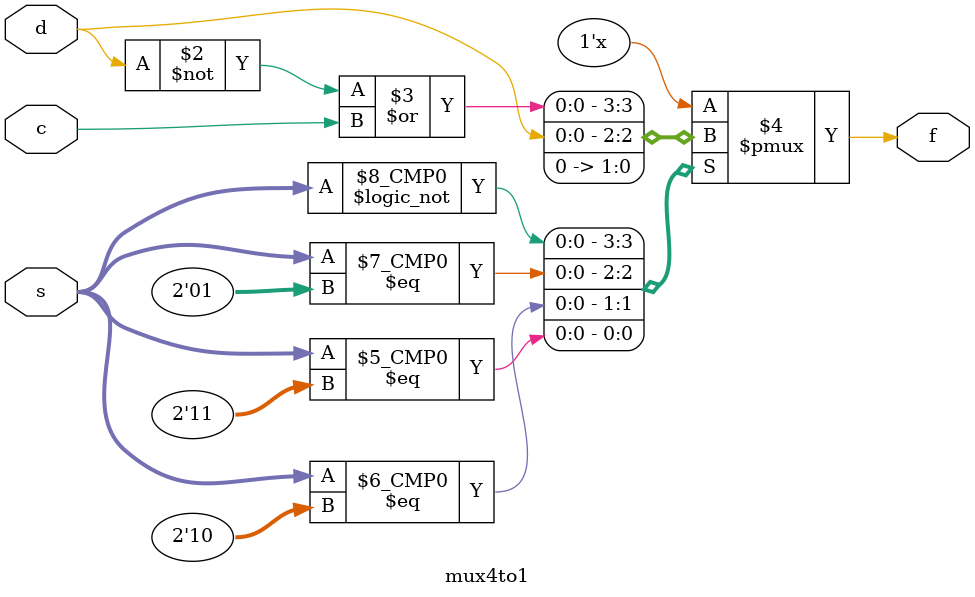
<source format=v>
module q1b(a,b,c,d,f);
    input a,b,c,d;
    output f;

    wire [1:0] h;
    assign h = {a,b};

    mux4to1 stage0(h,c,d,f);

endmodule

module mux4to1(s,c,d,f);
    input [1:0] s;
    input c,d;
    output reg f;

    always @(s,c,d)

    case (s)
        0: f = ~d | c;
        1: f = d;
        2: f = 0;
        3: f = 0;
    endcase

endmodule

</source>
